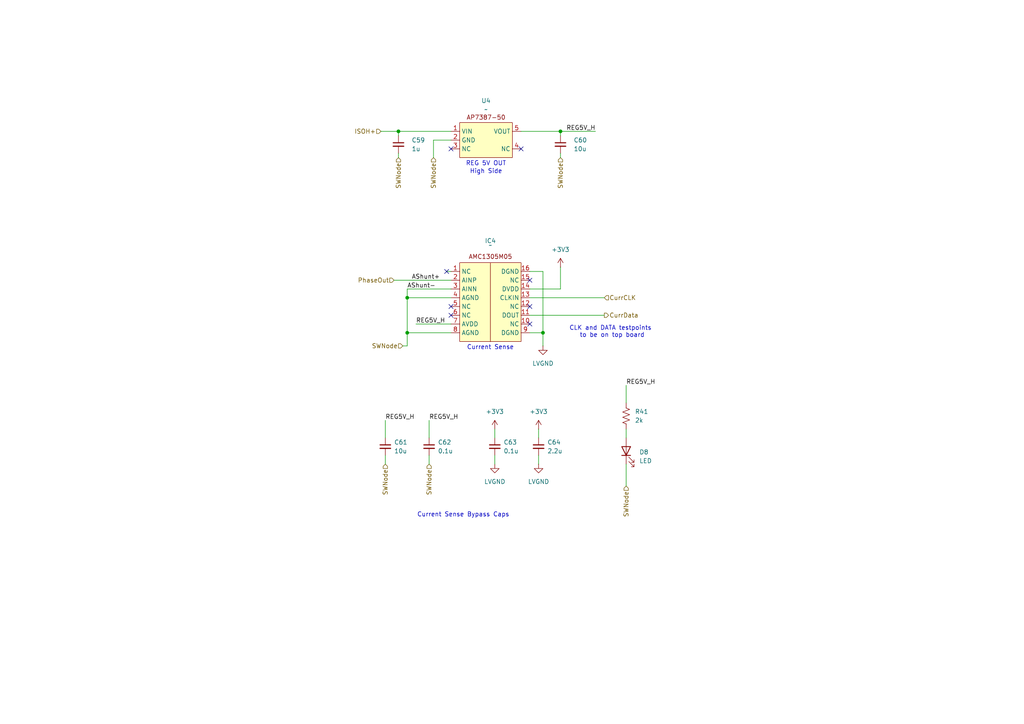
<source format=kicad_sch>
(kicad_sch (version 20250114) (generator "eeschema") (generator_version "9.0")
  (paper "A4")
  (lib_symbols
    (symbol "CustomMoco:AMC1305M05"
      (property "Reference" "IC" (at 0 0 0))
      (symbol "AMC1305M05_0_1"
        (polyline (pts (xy 0 11.43) (xy 0 -11.43)))
      )
      (symbol "AMC1305M05_1_1"
        (rectangle (start -8.89 11.43) (end 8.89 -11.43) (fill (type color) (color 255 255 194 1)))
        (text "AMC1305M05" (at 0 13.208 0) (effects (font (size 1.27 1.27))))
        (pin passive line (at -11.43 8.89 0) (length 2.54) (name "NC") (number "1"))
        (pin passive line (at -11.43 6.35 0) (length 2.54) (name "AINP") (number "2"))
        (pin passive line (at -11.43 3.81 0) (length 2.54) (name "AINN") (number "3"))
        (pin passive line (at -11.43 1.27 0) (length 2.54) (name "AGND") (number "4"))
        (pin passive line (at -11.43 -1.27 0) (length 2.54) (name "NC") (number "5"))
        (pin passive line (at -11.43 -3.81 0) (length 2.54) (name "NC") (number "6"))
        (pin passive line (at -11.43 -6.35 0) (length 2.54) (name "AVDD") (number "7"))
        (pin passive line (at -11.43 -8.89 0) (length 2.54) (name "AGND") (number "8"))
        (pin passive line (at 11.43 8.89 180) (length 2.54) (name "DGND") (number "16"))
        (pin passive line (at 11.43 6.35 180) (length 2.54) (name "NC") (number "15"))
        (pin passive line (at 11.43 3.81 180) (length 2.54) (name "DVDD") (number "14"))
        (pin passive line (at 11.43 1.27 180) (length 2.54) (name "CLKIN") (number "13"))
        (pin passive line (at 11.43 -1.27 180) (length 2.54) (name "NC") (number "12"))
        (pin passive line (at 11.43 -3.81 180) (length 2.54) (name "DOUT") (number "11"))
        (pin passive line (at 11.43 -6.35 180) (length 2.54) (name "NC") (number "10"))
        (pin passive line (at 11.43 -8.89 180) (length 2.54) (name "DGND") (number "9"))
      )
    )
    (symbol "CustomMoco:AP7387-50"
      (property "Reference" "U" (at 0 0 0))
      (symbol "AP7387-50_1_1"
        (rectangle (start -7.62 5.08) (end 7.62 -5.08) (fill (type color) (color 255 255 194 1)))
        (text "AP7387-50" (at 0 6.604 0) (effects (font (size 1.27 1.27))))
        (pin passive line (at -10.16 2.54 0) (length 2.54) (name "VIN") (number "1"))
        (pin passive line (at -10.16 0 0) (length 2.54) (name "GND") (number "2"))
        (pin passive line (at -10.16 -2.54 0) (length 2.54) (name "NC") (number "3"))
        (pin passive line (at 10.16 2.54 180) (length 2.54) (name "VOUT") (number "5"))
        (pin passive line (at 10.16 -2.54 180) (length 2.54) (name "NC") (number "4"))
      )
    )
    (symbol "Device:C_Small" (pin_numbers (hide yes)) (pin_names (offset 0.254) (hide yes))
      (property "Reference" "C" (at 0.254 1.778 0))
      (property "Value" "C_Small" (at 0.254 -2.032 0))
      (symbol "C_Small_0_1"
        (polyline (pts (xy -1.524 0.508) (xy 1.524 0.508)) (stroke (width 0.3048)))
        (polyline (pts (xy -1.524 -0.508) (xy 1.524 -0.508)) (stroke (width 0.3302)))
      )
      (symbol "C_Small_1_1"
        (pin passive line (at 0 2.54 270) (length 2.032) (name "~") (number "1"))
        (pin passive line (at 0 -2.54 90) (length 2.032) (name "~") (number "2"))
      )
    )
    (symbol "Device:LED" (pin_numbers (hide yes)) (pin_names (offset 1.016) (hide yes))
      (property "Reference" "D" (at 0 2.54 0))
      (property "Value" "LED" (at 0 -2.54 0))
      (symbol "LED_0_1"
        (polyline (pts (xy -3.048 -0.762) (xy -4.572 -2.286) (xy -3.81 -2.286) (xy -4.572 -2.286) (xy -4.572 -1.524)))
        (polyline (pts (xy -1.778 -0.762) (xy -3.302 -2.286) (xy -2.54 -2.286) (xy -3.302 -2.286) (xy -3.302 -1.524)))
        (polyline (pts (xy -1.27 0) (xy 1.27 0)))
        (polyline (pts (xy -1.27 -1.27) (xy -1.27 1.27)) (stroke (width 0.254)))
        (polyline (pts (xy 1.27 -1.27) (xy 1.27 1.27) (xy -1.27 0) (xy 1.27 -1.27)) (stroke (width 0.254)))
      )
      (symbol "LED_1_1"
        (pin passive line (at -3.81 0 0) (length 2.54) (name "K") (number "1"))
        (pin passive line (at 3.81 0 180) (length 2.54) (name "A") (number "2"))
      )
    )
    (symbol "Device:R_US" (pin_numbers (hide yes)) (pin_names (offset 0))
      (property "Reference" "R" (at 2.54 0 90))
      (property "Value" "R_US" (at -2.54 0 90))
      (symbol "R_US_0_1"
        (polyline (pts (xy 0 2.286) (xy 0 2.54)))
        (polyline (pts (xy 0 2.286) (xy 1.016 1.905) (xy 0 1.524) (xy -1.016 1.143) (xy 0 0.762)))
        (polyline (pts (xy 0 0.762) (xy 1.016 0.381) (xy 0 0) (xy -1.016 -0.381) (xy 0 -0.762)))
        (polyline (pts (xy 0 -0.762) (xy 1.016 -1.143) (xy 0 -1.524) (xy -1.016 -1.905) (xy 0 -2.286)))
        (polyline (pts (xy 0 -2.286) (xy 0 -2.54)))
      )
      (symbol "R_US_1_1"
        (pin passive line (at 0 3.81 270) (length 1.27) (name "~") (number "1"))
        (pin passive line (at 0 -3.81 90) (length 1.27) (name "~") (number "2"))
      )
    )
    (symbol "power:+3V3" (power) (pin_numbers (hide yes)) (pin_names (offset 0) (hide yes))
      (property "Value" "+3V3" (at 0 3.556 0))
      (symbol "+3V3_0_1"
        (polyline (pts (xy -0.762 1.27) (xy 0 2.54)))
        (polyline (pts (xy 0 2.54) (xy 0.762 1.27)))
        (polyline (pts (xy 0 0) (xy 0 2.54)))
      )
      (symbol "+3V3_1_1"
        (pin power_in line (at 0 0 90) (length 0) (name "~") (number "1"))
      )
    )
    (symbol "power:GND" (power) (pin_numbers (hide yes)) (pin_names (offset 0) (hide yes))
      (property "Value" "GND" (at 0 -3.81 0))
      (symbol "GND_0_1"
        (polyline (pts (xy 0 0) (xy 0 -1.27) (xy 1.27 -1.27) (xy 0 -2.54) (xy -1.27 -1.27) (xy 0 -1.27)))
      )
      (symbol "GND_1_1"
        (pin power_in line (at 0 0 270) (length 0) (name "~") (number "1"))
      )
    )
  )
  (text "Current Sense" (at 142.24 100.838 0) (effects (font (size 1.27 1.27))))
  (text "Current Sense Bypass Caps" (at 134.366 149.352 0) (effects (font (size 1.27 1.27))))
  (text "REG 5V OUT" (at 140.97 47.498 0) (effects (font (size 1.27 1.27))))
  (text "High Side" (at 140.97 49.784 0) (effects (font (size 1.27 1.27))))
  (text "CLK and DATA testpoints \nto be on top board" (at 177.546 96.266 0) (effects (font (size 1.27 1.27))))
  (junction (at 157.48 96.52))
  (junction (at 162.56 38.1))
  (junction (at 118.11 86.36))
  (junction (at 115.57 38.1))
  (junction (at 118.11 96.52))
  (no_connect (at 129.54 78.74))
  (no_connect (at 153.67 81.28))
  (no_connect (at 153.67 93.98))
  (no_connect (at 130.81 43.18))
  (no_connect (at 130.81 91.44))
  (no_connect (at 151.13 43.18))
  (no_connect (at 153.67 88.9))
  (no_connect (at 130.81 88.9))
  (wire (pts (xy 157.48 100.33) (xy 157.48 96.52)))
  (wire (pts (xy 118.11 96.52) (xy 130.81 96.52)))
  (wire (pts (xy 118.11 86.36) (xy 130.81 86.36)))
  (wire (pts (xy 115.57 38.1) (xy 115.57 39.37)))
  (wire (pts (xy 181.61 134.62) (xy 181.61 140.97)))
  (wire (pts (xy 115.57 38.1) (xy 130.81 38.1)))
  (wire (pts (xy 143.51 132.08) (xy 143.51 134.62)))
  (wire (pts (xy 143.51 124.46) (xy 143.51 127)))
  (wire (pts (xy 162.56 44.45) (xy 162.56 45.72)))
  (wire (pts (xy 115.57 44.45) (xy 115.57 45.72)))
  (wire (pts (xy 118.11 100.33) (xy 118.11 96.52)))
  (wire (pts (xy 181.61 124.46) (xy 181.61 127)))
  (wire (pts (xy 114.3 81.28) (xy 130.81 81.28)))
  (wire (pts (xy 153.67 91.44) (xy 175.26 91.44)))
  (wire (pts (xy 153.67 78.74) (xy 157.48 78.74)))
  (wire (pts (xy 118.11 83.82) (xy 118.11 86.36)))
  (wire (pts (xy 151.13 38.1) (xy 162.56 38.1)))
  (wire (pts (xy 129.54 78.74) (xy 130.81 78.74)))
  (wire (pts (xy 162.56 38.1) (xy 162.56 39.37)))
  (wire (pts (xy 153.67 96.52) (xy 157.48 96.52)))
  (wire (pts (xy 116.84 100.33) (xy 118.11 100.33)))
  (wire (pts (xy 111.76 132.08) (xy 111.76 134.62)))
  (wire (pts (xy 118.11 96.52) (xy 118.11 86.36)))
  (wire (pts (xy 156.21 124.46) (xy 156.21 127)))
  (wire (pts (xy 124.46 121.92) (xy 124.46 127)))
  (wire (pts (xy 118.11 83.82) (xy 130.81 83.82)))
  (wire (pts (xy 153.67 83.82) (xy 162.56 83.82)))
  (wire (pts (xy 110.49 38.1) (xy 115.57 38.1)))
  (wire (pts (xy 111.76 121.92) (xy 111.76 127)))
  (wire (pts (xy 162.56 77.47) (xy 162.56 83.82)))
  (wire (pts (xy 124.46 132.08) (xy 124.46 134.62)))
  (wire (pts (xy 181.61 111.76) (xy 181.61 116.84)))
  (wire (pts (xy 125.73 40.64) (xy 125.73 45.72)))
  (wire (pts (xy 130.81 40.64) (xy 125.73 40.64)))
  (wire (pts (xy 120.65 93.98) (xy 130.81 93.98)))
  (wire (pts (xy 157.48 78.74) (xy 157.48 96.52)))
  (wire (pts (xy 156.21 132.08) (xy 156.21 134.62)))
  (wire (pts (xy 162.56 38.1) (xy 172.72 38.1)))
  (wire (pts (xy 153.67 86.36) (xy 175.26 86.36)))
  (label "AShunt-" (at 118.11 83.82 0))
  (label "REG5V_H" (at 172.72 38.1 180))
  (label "REG5V_H" (at 120.65 93.98 0))
  (label "AShunt+" (at 119.38 81.28 0))
  (label "REG5V_H" (at 181.61 111.76 0))
  (label "REG5V_H" (at 124.46 121.92 0))
  (label "REG5V_H" (at 111.76 121.92 0))
  (hierarchical_label "SWNode" (shape input) (at 111.76 134.62 270))
  (hierarchical_label "SWNode" (shape input) (at 181.61 140.97 270))
  (hierarchical_label "PhaseOut" (shape input) (at 114.3 81.28 180))
  (hierarchical_label "CurrCLK" (shape input) (at 175.26 86.36 0))
  (hierarchical_label "CurrData" (shape output) (at 175.26 91.44 0))
  (hierarchical_label "SWNode" (shape input) (at 116.84 100.33 180))
  (hierarchical_label "SWNode" (shape input) (at 125.73 45.72 270))
  (hierarchical_label "ISOH+" (shape input) (at 110.49 38.1 180))
  (hierarchical_label "SWNode" (shape input) (at 162.56 45.72 270))
  (hierarchical_label "SWNode" (shape input) (at 115.57 45.72 270))
  (hierarchical_label "SWNode" (shape input) (at 124.46 134.62 270))
  (symbol (lib_id "power:GND") (at 143.51 134.62 0) (unit 1)
    (property "Reference" "#PWR063" (effects (hide yes)))
    (property "Value" "LVGND" (at 143.51 139.7 0))
    (property "Description" "Power symbol creates a global label with name \"GND\" , ground" (effects (hide yes)))
    (instances (project "TractionInverter" (path "" (reference "#PWR063") (unit 1)) (path "" (reference "#PWR0205") (unit 1)) (path "" (reference "#PWR0140") (unit 1))))
  )
  (symbol (lib_id "Device:C_Small") (at 124.46 129.54 0) (unit 1)
    (property "Reference" "C62" (at 127 128.2762 0) (effects (justify left)))
    (property "Value" "0.1u" (at 127 130.8162 0) (effects (justify left)))
    (property "Footprint" "Capacitor_SMD:C_0603_1608Metric" (effects (hide yes)))
    (property "Description" "Unpolarized capacitor, small symbol" (effects (hide yes)))
    (instances (project "TractionInverter" (path "" (reference "C62") (unit 1)) (path "" (reference "C160") (unit 1)) (path "" (reference "C114") (unit 1))))
  )
  (symbol (lib_id "Device:LED") (at 181.61 130.81 90) (unit 1)
    (property "Reference" "D8" (at 185.42 131.1274 90) (effects (justify right)))
    (property "Value" "LED" (at 185.42 133.6674 90) (effects (justify right)))
    (property "Footprint" "LED_SMD:LED_0603_1608Metric" (effects (hide yes)))
    (property "Description" "Light emitting diode" (effects (hide yes)))
    (property "Sim.Pins" "1=K 2=A" (effects (hide yes)))
    (instances (project "TractionInverter" (path "" (reference "D8") (unit 1)) (path "" (reference "D38") (unit 1)) (path "" (reference "D26") (unit 1))))
  )
  (symbol (lib_id "Device:C_Small") (at 156.21 129.54 0) (unit 1)
    (property "Reference" "C64" (at 158.75 128.2762 0) (effects (justify left)))
    (property "Value" "2.2u" (at 158.75 130.8162 0) (effects (justify left)))
    (property "Footprint" "Capacitor_SMD:C_0603_1608Metric" (effects (hide yes)))
    (property "Description" "Unpolarized capacitor, small symbol" (effects (hide yes)))
    (instances (project "TractionInverter" (path "" (reference "C64") (unit 1)) (path "" (reference "C162") (unit 1)) (path "" (reference "C116") (unit 1))))
  )
  (symbol (lib_id "power:GND") (at 156.21 134.62 0) (unit 1)
    (property "Reference" "#PWR064" (effects (hide yes)))
    (property "Value" "LVGND" (at 156.21 139.7 0))
    (property "Description" "Power symbol creates a global label with name \"GND\" , ground" (effects (hide yes)))
    (instances (project "TractionInverter" (path "" (reference "#PWR064") (unit 1)) (path "" (reference "#PWR0206") (unit 1)) (path "" (reference "#PWR0141") (unit 1))))
  )
  (symbol (lib_id "Device:C_Small") (at 115.57 41.91 0) (unit 1)
    (property "Reference" "C59" (at 119.38 40.6462 0) (effects (justify left)))
    (property "Value" "1u" (at 119.38 43.1862 0) (effects (justify left)))
    (property "Footprint" "Capacitor_SMD:C_0603_1608Metric" (effects (hide yes)))
    (property "Description" "Unpolarized capacitor, small symbol" (effects (hide yes)))
    (instances (project "TractionInverter" (path "" (reference "C59") (unit 1)) (path "" (reference "C157") (unit 1)) (path "" (reference "C111") (unit 1))))
  )
  (symbol (lib_id "power:+3V3") (at 143.51 124.46 0) (unit 1)
    (property "Reference" "#PWR061" (effects (hide yes)))
    (property "Value" "+3V3" (at 143.51 119.38 0))
    (property "Description" "Power symbol creates a global label with name \"+3V3\"" (effects (hide yes)))
    (instances (project "TractionInverter" (path "" (reference "#PWR061") (unit 1)) (path "" (reference "#PWR0203") (unit 1)) (path "" (reference "#PWR0138") (unit 1))))
  )
  (symbol (lib_id "power:GND") (at 157.48 100.33 0) (unit 1)
    (property "Reference" "#PWR060" (effects (hide yes)))
    (property "Value" "LVGND" (at 157.48 105.41 0))
    (property "Description" "Power symbol creates a global label with name \"GND\" , ground" (effects (hide yes)))
    (instances (project "TractionInverter" (path "" (reference "#PWR060") (unit 1)) (path "" (reference "#PWR0202") (unit 1)) (path "" (reference "#PWR0137") (unit 1))))
  )
  (symbol (lib_id "Device:C_Small") (at 111.76 129.54 0) (unit 1)
    (property "Reference" "C61" (at 114.3 128.2762 0) (effects (justify left)))
    (property "Value" "10u" (at 114.3 130.8162 0) (effects (justify left)))
    (property "Footprint" "Capacitor_SMD:C_0603_1608Metric" (effects (hide yes)))
    (property "Description" "Unpolarized capacitor, small symbol" (effects (hide yes)))
    (instances (project "TractionInverter" (path "" (reference "C61") (unit 1)) (path "" (reference "C159") (unit 1)) (path "" (reference "C113") (unit 1))))
  )
  (symbol (lib_id "CustomMoco:AMC1305M05") (at 142.24 87.63 0) (unit 1)
    (property "Reference" "IC4" (at 142.24 69.85 0))
    (property "Value" "~" (at 142.24 71.12 0))
    (property "Footprint" "Package_SO:SOIC-16W_7.5x10.3mm_P1.27mm" (effects (hide yes)))
    (instances (project "TractionInverter" (path "" (reference "IC4") (unit 1)) (path "" (reference "IC12") (unit 1)) (path "" (reference "IC8") (unit 1))))
  )
  (symbol (lib_id "power:+3V3") (at 162.56 77.47 0) (unit 1)
    (property "Reference" "#PWR059" (effects (hide yes)))
    (property "Value" "+3V3" (at 162.56 72.39 0))
    (property "Description" "Power symbol creates a global label with name \"+3V3\"" (effects (hide yes)))
    (instances (project "TractionInverter" (path "" (reference "#PWR059") (unit 1)) (path "" (reference "#PWR0201") (unit 1)) (path "" (reference "#PWR0136") (unit 1))))
  )
  (symbol (lib_id "Device:R_US") (at 181.61 120.65 0) (unit 1)
    (property "Reference" "R41" (at 184.15 119.3799 0) (effects (justify left)))
    (property "Value" "2k" (at 184.15 121.9199 0) (effects (justify left)))
    (property "Footprint" "Resistor_SMD:R_0603_1608Metric" (effects (hide yes)))
    (property "Description" "Resistor, US symbol" (effects (hide yes)))
    (instances (project "TractionInverter" (path "" (reference "R41") (unit 1)) (path "" (reference "R136") (unit 1)) (path "" (reference "R92") (unit 1))))
  )
  (symbol (lib_id "power:+3V3") (at 156.21 124.46 0) (unit 1)
    (property "Reference" "#PWR062" (effects (hide yes)))
    (property "Value" "+3V3" (at 156.21 119.38 0))
    (property "Description" "Power symbol creates a global label with name \"+3V3\"" (effects (hide yes)))
    (instances (project "TractionInverter" (path "" (reference "#PWR062") (unit 1)) (path "" (reference "#PWR0204") (unit 1)) (path "" (reference "#PWR0139") (unit 1))))
  )
  (symbol (lib_id "Device:C_Small") (at 162.56 41.91 0) (unit 1)
    (property "Reference" "C60" (at 166.37 40.6462 0) (effects (justify left)))
    (property "Value" "10u" (at 166.37 43.1862 0) (effects (justify left)))
    (property "Footprint" "Capacitor_SMD:C_0603_1608Metric" (effects (hide yes)))
    (property "Description" "Unpolarized capacitor, small symbol" (effects (hide yes)))
    (instances (project "TractionInverter" (path "" (reference "C60") (unit 1)) (path "" (reference "C158") (unit 1)) (path "" (reference "C112") (unit 1))))
  )
  (symbol (lib_id "CustomMoco:AP7387-50") (at 140.97 40.64 0) (unit 1)
    (property "Reference" "U4" (at 140.97 29.21 0))
    (property "Value" "~" (at 140.97 31.75 0))
    (property "Footprint" "TractionInverter:SOT95P285X140-5N" (effects (hide yes)))
    (instances (project "TractionInverter" (path "" (reference "U4") (unit 1)) (path "" (reference "U10") (unit 1)) (path "" (reference "U7") (unit 1))))
  )
  (symbol (lib_id "Device:C_Small") (at 143.51 129.54 0) (unit 1)
    (property "Reference" "C63" (at 146.05 128.2762 0) (effects (justify left)))
    (property "Value" "0.1u" (at 146.05 130.8162 0) (effects (justify left)))
    (property "Footprint" "Capacitor_SMD:C_0603_1608Metric" (effects (hide yes)))
    (property "Description" "Unpolarized capacitor, small symbol" (effects (hide yes)))
    (instances (project "TractionInverter" (path "" (reference "C63") (unit 1)) (path "" (reference "C161") (unit 1)) (path "" (reference "C115") (unit 1))))
  )
)
</source>
